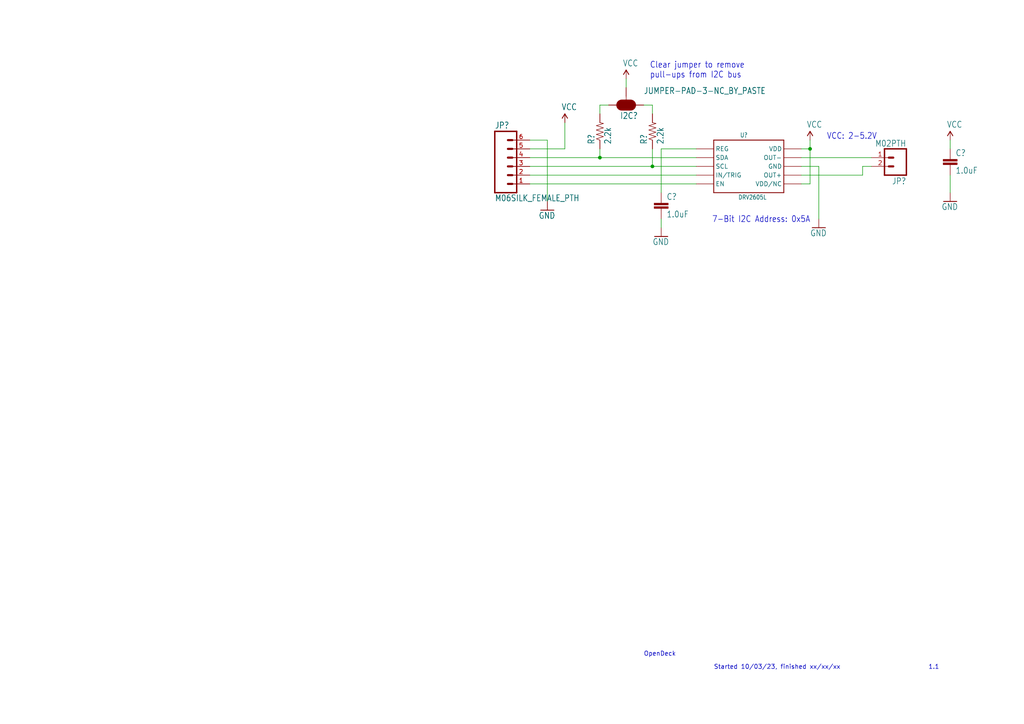
<source format=kicad_sch>
(kicad_sch (version 20211123) (generator eeschema)
  (paper "A4")
  (lib_symbols
    (symbol "OpenDeckV1.1-eagle-import:1.0UF-16V-10%(0402)"
      (property "Reference" "C" (at 1.524 2.921 0))
      (property "Value" "1.0UF-16V-10%(0402)" (at 1.524 -2.159 0))
      (symbol "1.0UF-16V-10%(0402)_1_0"
        (rectangle (start -2.032 0.508) (end 2.032 1.016) (fill (type outline)))
        (rectangle (start -2.032 1.524) (end 2.032 2.032) (fill (type outline)))
        (polyline (pts (xy 0 0) (xy 0 0.508)) (stroke (width 0.1524)))
        (polyline (pts (xy 0 2.54) (xy 0 2.032)) (stroke (width 0.1524)))
        (pin passive line (at 0 5.08 270) (length 2.54) (name "1") (number "1"))
        (pin passive line (at 0 -2.54 90) (length 2.54) (name "2") (number "2"))
      )
    )
    (symbol "OpenDeckV1.1-eagle-import:2.2KOHM-1{slash}10W-1%(0603)"
      (property "Reference" "R" (at -3.81 1.4986 0))
      (property "Value" "2.2KOHM-1{slash}10W-1%(0603)" (at -3.81 -3.302 0))
      (symbol "2.2KOHM-1{slash}10W-1%(0603)_1_0"
        (polyline (pts (xy -2.54 0) (xy -2.159 1.016)) (stroke (width 0.1524)))
        (polyline (pts (xy -2.159 1.016) (xy -1.524 -1.016)) (stroke (width 0.1524)))
        (polyline (pts (xy -1.524 -1.016) (xy -0.889 1.016)) (stroke (width 0.1524)))
        (polyline (pts (xy -0.889 1.016) (xy -0.254 -1.016)) (stroke (width 0.1524)))
        (polyline (pts (xy -0.254 -1.016) (xy 0.381 1.016)) (stroke (width 0.1524)))
        (polyline (pts (xy 0.381 1.016) (xy 1.016 -1.016)) (stroke (width 0.1524)))
        (polyline (pts (xy 1.016 -1.016) (xy 1.651 1.016)) (stroke (width 0.1524)))
        (polyline (pts (xy 1.651 1.016) (xy 2.286 -1.016)) (stroke (width 0.1524)))
        (polyline (pts (xy 2.286 -1.016) (xy 2.54 0)) (stroke (width 0.1524)))
        (pin passive line (at -5.08 0 0) (length 2.54) (name "1") (number "1"))
        (pin passive line (at 5.08 0 180) (length 2.54) (name "2") (number "2"))
      )
    )
    (symbol "OpenDeckV1.1-eagle-import:DRV2605L"
      (property "Value" "DRV2605L" (at -3.048 -9.652 0))
      (symbol "DRV2605L_1_0"
        (polyline (pts (xy -10.16 -7.62) (xy 10.16 -7.62)) (stroke (width 0.254)))
        (polyline (pts (xy -10.16 7.62) (xy -10.16 -7.62)) (stroke (width 0.254)))
        (polyline (pts (xy 10.16 -7.62) (xy 10.16 7.62)) (stroke (width 0.254)))
        (polyline (pts (xy 10.16 7.62) (xy -10.16 7.62)) (stroke (width 0.254)))
        (pin bidirectional line (at -15.24 5.08 0) (length 5.08) (name "REG") (number "P$1"))
        (pin bidirectional line (at 15.24 5.08 180) (length 5.08) (name "VDD") (number "P$10"))
        (pin bidirectional line (at -15.24 0 0) (length 5.08) (name "SCL") (number "P$2"))
        (pin bidirectional line (at -15.24 2.54 0) (length 5.08) (name "SDA") (number "P$3"))
        (pin bidirectional line (at -15.24 -2.54 0) (length 5.08) (name "IN/TRIG") (number "P$4"))
        (pin bidirectional line (at -15.24 -5.08 0) (length 5.08) (name "EN") (number "P$5"))
        (pin bidirectional line (at 15.24 -5.08 180) (length 5.08) (name "VDD/NC") (number "P$6"))
        (pin bidirectional line (at 15.24 -2.54 180) (length 5.08) (name "OUT+") (number "P$7"))
        (pin bidirectional line (at 15.24 0 180) (length 5.08) (name "GND") (number "P$8"))
        (pin bidirectional line (at 15.24 2.54 180) (length 5.08) (name "OUT-") (number "P$9"))
      )
    )
    (symbol "OpenDeckV1.1-eagle-import:GND" (power)
      (property "Value" "GND" (at -2.54 -2.54 0))
      (symbol "GND_1_0"
        (polyline (pts (xy -1.905 0) (xy 1.905 0)) (stroke (width 0.254)))
        (pin power_in line (at 0 2.54 270) (length 2.54) (name "GND") (number "1"))
      )
    )
    (symbol "OpenDeckV1.1-eagle-import:JUMPER-PAD-3-NC_BY_PASTE"
      (property "Reference" "JP" (at 2.54 0.381 0))
      (property "Value" "JUMPER-PAD-3-NC_BY_PASTE" (at 2.54 -1.905 0))
      (symbol "JUMPER-PAD-3-NC_BY_PASTE_1_0"
        (rectangle (start -1.27 -0.635) (end 1.27 0.635) (fill (type outline)))
        (polyline (pts (xy -2.54 0) (xy -1.27 0)) (stroke (width 0.1524)))
        (polyline (pts (xy -1.27 -0.635) (xy -1.27 0)) (stroke (width 0.1524)))
        (polyline (pts (xy -1.27 0) (xy -1.27 0.635)) (stroke (width 0.1524)))
        (polyline (pts (xy -1.27 0.635) (xy 1.27 0.635)) (stroke (width 0.1524)))
        (polyline (pts (xy 0 1.27) (xy 0 -1.27)) (stroke (width 3.175)))
        (polyline (pts (xy 1.27 -0.635) (xy -1.27 -0.635)) (stroke (width 0.1524)))
        (polyline (pts (xy 1.27 0.635) (xy 1.27 -0.635)) (stroke (width 0.1524)))
        (arc (start 1.27 -1.397) (mid 0 -0.127) (end -1.27 -1.397) (stroke (width 0.0001)) (fill (type outline)))
        (arc (start 1.27 1.397) (mid 0 2.667) (end -1.27 1.397) (stroke (width 0.0001)) (fill (type outline)))
        (pin passive line (at 0 5.08 270) (length 2.54) (name "1") (number "1"))
        (pin passive line (at -5.08 0 0) (length 2.54) (name "2") (number "2"))
        (pin passive line (at 0 -5.08 90) (length 2.54) (name "3") (number "3"))
      )
    )
    (symbol "OpenDeckV1.1-eagle-import:M02PTH"
      (property "Reference" "J" (at -2.54 5.842 0))
      (property "Value" "M02PTH" (at -2.54 -5.08 0))
      (symbol "M02PTH_1_0"
        (polyline (pts (xy -2.54 5.08) (xy -2.54 -2.54)) (stroke (width 0.4064)))
        (polyline (pts (xy -2.54 5.08) (xy 3.81 5.08)) (stroke (width 0.4064)))
        (polyline (pts (xy 1.27 0) (xy 2.54 0)) (stroke (width 0.6096)))
        (polyline (pts (xy 1.27 2.54) (xy 2.54 2.54)) (stroke (width 0.6096)))
        (polyline (pts (xy 3.81 -2.54) (xy -2.54 -2.54)) (stroke (width 0.4064)))
        (polyline (pts (xy 3.81 -2.54) (xy 3.81 5.08)) (stroke (width 0.4064)))
        (pin passive line (at 7.62 0 180) (length 5.08) (name "1") (number "1"))
        (pin passive line (at 7.62 2.54 180) (length 5.08) (name "2") (number "2"))
      )
    )
    (symbol "OpenDeckV1.1-eagle-import:M06SILK_FEMALE_PTH"
      (property "Reference" "J" (at -5.08 10.922 0))
      (property "Value" "M06SILK_FEMALE_PTH" (at -5.08 -10.16 0))
      (symbol "M06SILK_FEMALE_PTH_1_0"
        (polyline (pts (xy -5.08 10.16) (xy -5.08 -7.62)) (stroke (width 0.4064)))
        (polyline (pts (xy -5.08 10.16) (xy 1.27 10.16)) (stroke (width 0.4064)))
        (polyline (pts (xy -1.27 -5.08) (xy 0 -5.08)) (stroke (width 0.6096)))
        (polyline (pts (xy -1.27 -2.54) (xy 0 -2.54)) (stroke (width 0.6096)))
        (polyline (pts (xy -1.27 0) (xy 0 0)) (stroke (width 0.6096)))
        (polyline (pts (xy -1.27 2.54) (xy 0 2.54)) (stroke (width 0.6096)))
        (polyline (pts (xy -1.27 5.08) (xy 0 5.08)) (stroke (width 0.6096)))
        (polyline (pts (xy -1.27 7.62) (xy 0 7.62)) (stroke (width 0.6096)))
        (polyline (pts (xy 1.27 -7.62) (xy -5.08 -7.62)) (stroke (width 0.4064)))
        (polyline (pts (xy 1.27 -7.62) (xy 1.27 10.16)) (stroke (width 0.4064)))
        (pin passive line (at 5.08 -5.08 180) (length 5.08) (name "1") (number "1"))
        (pin passive line (at 5.08 -2.54 180) (length 5.08) (name "2") (number "2"))
        (pin passive line (at 5.08 0 180) (length 5.08) (name "3") (number "3"))
        (pin passive line (at 5.08 2.54 180) (length 5.08) (name "4") (number "4"))
        (pin passive line (at 5.08 5.08 180) (length 5.08) (name "5") (number "5"))
        (pin passive line (at 5.08 7.62 180) (length 5.08) (name "6") (number "6"))
      )
    )
    (symbol "OpenDeckV1.1-eagle-import:VCC" (power)
      (property "Value" "VCC" (at -1.016 3.556 0))
      (symbol "VCC_1_0"
        (polyline (pts (xy 0 2.54) (xy -0.762 1.27)) (stroke (width 0.254)))
        (polyline (pts (xy 0.762 1.27) (xy 0 2.54)) (stroke (width 0.254)))
        (pin power_in line (at 0 0 90) (length 2.54) (name "VCC") (number "1"))
      )
    )
  )
  (junction (at 173.99 45.72))
  (junction (at 234.95 43.18))
  (junction (at 189.23 48.26))
  (wire (pts (xy 153.67 40.64) (xy 158.75 40.64)))
  (wire (pts (xy 201.93 50.8) (xy 153.67 50.8)))
  (wire (pts (xy 232.41 45.72) (xy 252.73 45.72)))
  (wire (pts (xy 234.95 43.18) (xy 234.95 40.64)))
  (wire (pts (xy 181.61 22.86) (xy 181.61 25.4)))
  (wire (pts (xy 232.41 43.18) (xy 234.95 43.18)))
  (wire (pts (xy 189.23 30.48) (xy 189.23 33.02)))
  (wire (pts (xy 186.69 30.48) (xy 189.23 30.48)))
  (wire (pts (xy 201.93 43.18) (xy 191.77 43.18)))
  (wire (pts (xy 237.49 48.26) (xy 237.49 63.5)))
  (wire (pts (xy 189.23 43.18) (xy 189.23 48.26)))
  (wire (pts (xy 173.99 43.18) (xy 173.99 45.72)))
  (wire (pts (xy 275.59 50.8) (xy 275.59 55.88)))
  (wire (pts (xy 153.67 43.18) (xy 163.83 43.18)))
  (wire (pts (xy 191.77 43.18) (xy 191.77 55.88)))
  (wire (pts (xy 189.23 48.26) (xy 153.67 48.26)))
  (wire (pts (xy 275.59 43.18) (xy 275.59 40.64)))
  (wire (pts (xy 250.19 50.8) (xy 250.19 48.26)))
  (wire (pts (xy 234.95 53.34) (xy 234.95 43.18)))
  (wire (pts (xy 201.93 48.26) (xy 189.23 48.26)))
  (wire (pts (xy 232.41 50.8) (xy 250.19 50.8)))
  (wire (pts (xy 232.41 48.26) (xy 237.49 48.26)))
  (wire (pts (xy 201.93 45.72) (xy 173.99 45.72)))
  (wire (pts (xy 158.75 40.64) (xy 158.75 58.42)))
  (wire (pts (xy 173.99 45.72) (xy 153.67 45.72)))
  (wire (pts (xy 173.99 30.48) (xy 173.99 33.02)))
  (wire (pts (xy 191.77 66.04) (xy 191.77 63.5)))
  (wire (pts (xy 250.19 48.26) (xy 252.73 48.26)))
  (wire (pts (xy 201.93 53.34) (xy 153.67 53.34)))
  (wire (pts (xy 176.53 30.48) (xy 173.99 30.48)))
  (wire (pts (xy 163.83 43.18) (xy 163.83 35.56)))
  (wire (pts (xy 232.41 53.34) (xy 234.95 53.34)))
  (text "Started 10/03/23, finished xx/xx/xx" (at 207.01 194.31 0) (effects (font (size 1.27 1.27)) (justify left bottom)))
  (text "1.1" (at 269.24 194.31 0) (effects (font (size 1.27 1.27)) (justify left bottom)))
  (text "OpenDeck" (at 186.69 190.5 0) (effects (font (size 1.27 1.27)) (justify left bottom)))
  (text "7-Bit I2C Address: 0x5A" (at 206.502 64.77 180) (effects (font (size 1.778 1.5113)) (justify left bottom)))
  (text "Clear jumper to remove\npull-ups from I2C bus" (at 188.468 22.86 180) (effects (font (size 1.778 1.5113)) (justify left bottom)))
  (text "VCC: 2-5.2V" (at 239.776 40.64 180) (effects (font (size 1.778 1.5113)) (justify left bottom)))
  (symbol (lib_id "OpenDeckV1.1-eagle-import:1.0UF-16V-10%(0402)") (at 191.77 60.96 0) (unit 1)
    (property "Reference" "C?" (at 193.294 58.039 0) (effects (font (size 1.778 1.5113)) (justify left bottom)))
    (property "Value" "1.0uF" (at 193.294 63.119 0) (effects (font (size 1.778 1.5113)) (justify left bottom)))
    (property "Footprint" "OpenDeckV1.1:0402-CAP" (effects hide))
  )
  (symbol (lib_id "OpenDeckV1.1-eagle-import:GND") (at 158.75 60.96 0) (unit 1)
    (property "Reference" "#GND?" (effects hide))
    (property "Value" "GND" (at 156.21 63.5 0) (effects (font (size 1.778 1.5113)) (justify left bottom)))
    (property "Footprint" "OpenDeckV1.1:" (effects hide))
  )
  (symbol (lib_id "OpenDeckV1.1-eagle-import:DRV2605L") (at 217.17 48.26 0) (unit 1)
    (property "Reference" "U?" (at 214.63 39.878 0) (effects (font (size 1.27 1.0795)) (justify left bottom)))
    (property "Value" "DRV2605L" (at 214.122 57.912 0) (effects (font (size 1.27 1.0795)) (justify left bottom)))
    (property "Footprint" "OpenDeckV1.1:VSSOP-10" (effects hide))
  )
  (symbol (lib_id "OpenDeckV1.1-eagle-import:M02PTH") (at 260.35 45.72 180) (unit 1)
    (property "Reference" "JP?" (at 262.89 51.562 0) (effects (font (size 1.778 1.5113)) (justify left bottom)))
    (property "Value" "M02PTH" (at 262.89 40.64 0) (effects (font (size 1.778 1.5113)) (justify left bottom)))
    (property "Footprint" "OpenDeckV1.1:1X02" (effects hide))
  )
  (symbol (lib_id "OpenDeckV1.1-eagle-import:VCC") (at 181.61 22.86 0) (unit 1)
    (property "Reference" "#SUPPLY?" (effects hide))
    (property "Value" "VCC" (at 180.594 19.304 0) (effects (font (size 1.778 1.5113)) (justify left bottom)))
    (property "Footprint" "OpenDeckV1.1:" (effects hide))
  )
  (symbol (lib_id "OpenDeckV1.1-eagle-import:GND") (at 191.77 68.58 0) (unit 1)
    (property "Reference" "#GND?" (effects hide))
    (property "Value" "GND" (at 189.23 71.12 0) (effects (font (size 1.778 1.5113)) (justify left bottom)))
    (property "Footprint" "OpenDeckV1.1:" (effects hide))
  )
  (symbol (lib_id "OpenDeckV1.1-eagle-import:M06SILK_FEMALE_PTH") (at 148.59 48.26 0) (unit 1)
    (property "Reference" "JP?" (at 143.51 37.338 0) (effects (font (size 1.778 1.5113)) (justify left bottom)))
    (property "Value" "M06SILK_FEMALE_PTH" (at 143.51 58.42 0) (effects (font (size 1.778 1.5113)) (justify left bottom)))
    (property "Footprint" "OpenDeckV1.1:1X06" (effects hide))
  )
  (symbol (lib_id "OpenDeckV1.1-eagle-import:GND") (at 275.59 58.42 0) (unit 1)
    (property "Reference" "#GND?" (effects hide))
    (property "Value" "GND" (at 273.05 60.96 0) (effects (font (size 1.778 1.5113)) (justify left bottom)))
    (property "Footprint" "OpenDeckV1.1:" (effects hide))
  )
  (symbol (lib_id "OpenDeckV1.1-eagle-import:1.0UF-16V-10%(0402)") (at 275.59 48.26 0) (unit 1)
    (property "Reference" "C?" (at 277.114 45.339 0) (effects (font (size 1.778 1.5113)) (justify left bottom)))
    (property "Value" "1.0uF" (at 277.114 50.419 0) (effects (font (size 1.778 1.5113)) (justify left bottom)))
    (property "Footprint" "OpenDeckV1.1:0402-CAP" (effects hide))
  )
  (symbol (lib_id "OpenDeckV1.1-eagle-import:VCC") (at 275.59 40.64 0) (unit 1)
    (property "Reference" "#SUPPLY?" (effects hide))
    (property "Value" "VCC" (at 274.574 37.084 0) (effects (font (size 1.778 1.5113)) (justify left bottom)))
    (property "Footprint" "OpenDeckV1.1:" (effects hide))
  )
  (symbol (lib_id "OpenDeckV1.1-eagle-import:JUMPER-PAD-3-NC_BY_PASTE") (at 181.61 30.48 270) (unit 1)
    (property "Reference" "I2C?" (at 179.832 34.544 90) (effects (font (size 1.778 1.5113)) (justify left bottom)))
    (property "Value" "JUMPER-PAD-3-NC_BY_PASTE" (at 186.69 27.305 90) (effects (font (size 1.778 1.5113)) (justify left bottom)))
    (property "Footprint" "OpenDeckV1.1:PAD-JUMPER-3-NC_BY_PASTE_YES_SILK_FULL_BOX" (effects hide))
  )
  (symbol (lib_id "OpenDeckV1.1-eagle-import:2.2KOHM-1{slash}10W-1%(0603)") (at 173.99 38.1 90) (unit 1)
    (property "Reference" "R?" (at 172.4914 41.91 0) (effects (font (size 1.778 1.5113)) (justify left bottom)))
    (property "Value" "2.2k" (at 177.292 41.91 0) (effects (font (size 1.778 1.5113)) (justify left bottom)))
    (property "Footprint" "OpenDeckV1.1:0603-RES" (effects hide))
  )
  (symbol (lib_id "OpenDeckV1.1-eagle-import:GND") (at 237.49 66.04 0) (unit 1)
    (property "Reference" "#GND?" (effects hide))
    (property "Value" "GND" (at 234.95 68.58 0) (effects (font (size 1.778 1.5113)) (justify left bottom)))
    (property "Footprint" "OpenDeckV1.1:" (effects hide))
  )
  (symbol (lib_id "OpenDeckV1.1-eagle-import:VCC") (at 163.83 35.56 0) (unit 1)
    (property "Reference" "#SUPPLY?" (effects hide))
    (property "Value" "VCC" (at 162.814 32.004 0) (effects (font (size 1.778 1.5113)) (justify left bottom)))
    (property "Footprint" "OpenDeckV1.1:" (effects hide))
  )
  (symbol (lib_id "OpenDeckV1.1-eagle-import:2.2KOHM-1{slash}10W-1%(0603)") (at 189.23 38.1 90) (unit 1)
    (property "Reference" "R?" (at 187.7314 41.91 0) (effects (font (size 1.778 1.5113)) (justify left bottom)))
    (property "Value" "2.2k" (at 192.532 41.91 0) (effects (font (size 1.778 1.5113)) (justify left bottom)))
    (property "Footprint" "OpenDeckV1.1:0603-RES" (effects hide))
  )
  (symbol (lib_id "OpenDeckV1.1-eagle-import:VCC") (at 234.95 40.64 0) (unit 1)
    (property "Reference" "#SUPPLY?" (effects hide))
    (property "Value" "VCC" (at 233.934 37.084 0) (effects (font (size 1.778 1.5113)) (justify left bottom)))
    (property "Footprint" "OpenDeckV1.1:" (effects hide))
  )
)
</source>
